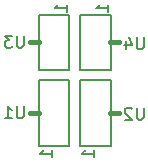
<source format=gbo>
%FSLAX34Y34*%
G04 Gerber Fmt 3.4, Leading zero omitted, Abs format*
G04 (created by PCBNEW (2014-jan-25)-product) date Tue 29 Jul 2014 09:42:42 AM PDT*
%MOIN*%
G01*
G70*
G90*
G04 APERTURE LIST*
%ADD10C,0.003937*%
%ADD11C,0.015748*%
%ADD12C,0.005906*%
%ADD13C,0.008000*%
G04 APERTURE END LIST*
G54D10*
G54D11*
X50885Y-43110D02*
X50590Y-43110D01*
X47933Y-43110D02*
X48228Y-43110D01*
X50590Y-45472D02*
X50885Y-45472D01*
X48228Y-45472D02*
X47933Y-45472D01*
G54D12*
X49586Y-44370D02*
X49586Y-46574D01*
X49586Y-46574D02*
X50610Y-46574D01*
X50610Y-46574D02*
X50610Y-44370D01*
X50610Y-44370D02*
X49586Y-44370D01*
X48208Y-44370D02*
X48208Y-46574D01*
X48208Y-46574D02*
X49232Y-46574D01*
X49232Y-46574D02*
X49232Y-44370D01*
X49232Y-44370D02*
X48208Y-44370D01*
X50610Y-44015D02*
X50610Y-42204D01*
X50610Y-42204D02*
X49586Y-42204D01*
X49586Y-42204D02*
X49586Y-44015D01*
X49586Y-44015D02*
X50610Y-44015D01*
X49232Y-44015D02*
X49232Y-42204D01*
X49232Y-42204D02*
X48208Y-42204D01*
X48208Y-42204D02*
X48208Y-44015D01*
X48208Y-44015D02*
X49232Y-44015D01*
G54D13*
X51704Y-45280D02*
X51704Y-45604D01*
X51685Y-45642D01*
X51666Y-45661D01*
X51628Y-45680D01*
X51552Y-45680D01*
X51514Y-45661D01*
X51495Y-45642D01*
X51476Y-45604D01*
X51476Y-45280D01*
X51304Y-45319D02*
X51285Y-45300D01*
X51247Y-45280D01*
X51152Y-45280D01*
X51114Y-45300D01*
X51095Y-45319D01*
X51076Y-45357D01*
X51076Y-45395D01*
X51095Y-45452D01*
X51323Y-45680D01*
X51076Y-45680D01*
X50043Y-46925D02*
X50043Y-46696D01*
X50043Y-46811D02*
X49643Y-46811D01*
X49700Y-46772D01*
X49738Y-46734D01*
X49757Y-46696D01*
X47704Y-45230D02*
X47704Y-45554D01*
X47685Y-45592D01*
X47666Y-45611D01*
X47628Y-45630D01*
X47552Y-45630D01*
X47514Y-45611D01*
X47495Y-45592D01*
X47476Y-45554D01*
X47476Y-45230D01*
X47076Y-45630D02*
X47304Y-45630D01*
X47190Y-45630D02*
X47190Y-45230D01*
X47228Y-45288D01*
X47266Y-45326D01*
X47304Y-45345D01*
X48665Y-46925D02*
X48665Y-46696D01*
X48665Y-46811D02*
X48265Y-46811D01*
X48322Y-46772D01*
X48360Y-46734D01*
X48379Y-46696D01*
X51704Y-42930D02*
X51704Y-43254D01*
X51685Y-43292D01*
X51666Y-43311D01*
X51628Y-43330D01*
X51552Y-43330D01*
X51514Y-43311D01*
X51495Y-43292D01*
X51476Y-43254D01*
X51476Y-42930D01*
X51114Y-43064D02*
X51114Y-43330D01*
X51209Y-42911D02*
X51304Y-43197D01*
X51057Y-43197D01*
X50515Y-42082D02*
X50515Y-41854D01*
X50515Y-41968D02*
X50115Y-41968D01*
X50172Y-41930D01*
X50210Y-41892D01*
X50229Y-41854D01*
X47704Y-42880D02*
X47704Y-43204D01*
X47685Y-43242D01*
X47666Y-43261D01*
X47628Y-43280D01*
X47552Y-43280D01*
X47514Y-43261D01*
X47495Y-43242D01*
X47476Y-43204D01*
X47476Y-42880D01*
X47323Y-42880D02*
X47076Y-42880D01*
X47209Y-43033D01*
X47152Y-43033D01*
X47114Y-43052D01*
X47095Y-43071D01*
X47076Y-43109D01*
X47076Y-43204D01*
X47095Y-43242D01*
X47114Y-43261D01*
X47152Y-43280D01*
X47266Y-43280D01*
X47304Y-43261D01*
X47323Y-43242D01*
X49137Y-42082D02*
X49137Y-41854D01*
X49137Y-41968D02*
X48737Y-41968D01*
X48794Y-41930D01*
X48832Y-41892D01*
X48851Y-41854D01*
M02*

</source>
